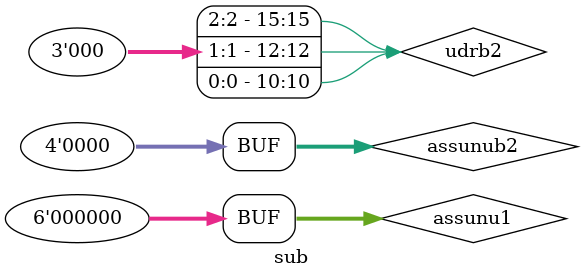
<source format=v>

module t (/*AUTOARG*/
   // Outputs
   out,
   // Inputs
   in
   );

   input in;  // inputs don't get flagged as undriven
   output out;  // outputs don't get flagged as unused

   wire  out = in;

   sub sub ();

endmodule

module sub;

   wire pub /*verilator public*/;   // Ignore publics

   wire [5:0] assunu1 = 0;  // Assigned but unused

   wire [3:0] assunub2 = 0;  // Assigned but bit 2 unused

   wire [15:10] udrb2;  // [14:13,11] is undriven
   assign udrb2[15] = 0;
   assign udrb2[12] = 0;
   assign udrb2[10] = 0;
   
   wire       unu3;  // Totally unused

   localparam THREE = 3;

   initial begin
      if (0 && assunu1[0] != 0 && udrb2 != 0) begin end
      if (0 && assunub2[THREE] && assunub2[1:0]!=0) begin end
   end
endmodule

</source>
